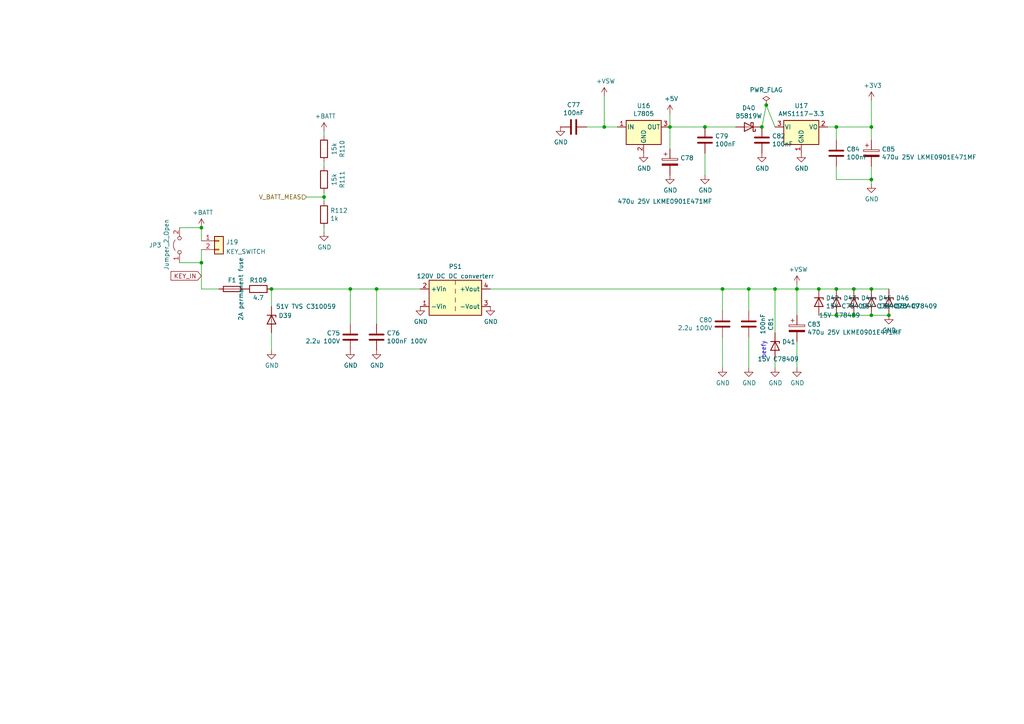
<source format=kicad_sch>
(kicad_sch (version 20211123) (generator eeschema)
  (paper "A4")
  (lib_symbols
    (symbol "Connector_Generic:Conn_01x02" (pin_names (offset 1.016) hide)
      (property "Reference" "J" (at 0 2.54 0))
      (property "Value" "Conn_01x02" (at 0 -5.08 0))
      (symbol "Conn_01x02_1_1"
        (rectangle (start -1.27 -2.413) (end 0 -2.667) (stroke (width 0.1524)))
        (rectangle (start -1.27 0.127) (end 0 -0.127) (stroke (width 0.1524)))
        (rectangle (start -1.27 1.27) (end 1.27 -3.81) (stroke (width 0.254)) (fill (type background)))
        (pin passive line (at -5.08 0 0) (length 3.81) (name "Pin_1") (number "1"))
        (pin passive line (at -5.08 -2.54 0) (length 3.81) (name "Pin_2") (number "2"))
      )
    )
    (symbol "Converter_DCDC:MEE1S0303SC"
      (property "Reference" "PS" (at -7.62 6.35 0))
      (property "Value" "MEE1S0303SC" (at 1.27 6.35 0))
      (symbol "MEE1S0303SC_0_0"
        (pin power_in line (at -10.16 -2.54 0) (length 2.54) (name "-Vin") (number "1"))
        (pin power_in line (at -10.16 2.54 0) (length 2.54) (name "+Vin") (number "2"))
        (pin power_out line (at 10.16 -2.54 180) (length 2.54) (name "-Vout") (number "3"))
        (pin power_out line (at 10.16 2.54 180) (length 2.54) (name "+Vout") (number "4"))
      )
      (symbol "MEE1S0303SC_0_1"
        (rectangle (start -7.62 5.08) (end 7.62 -5.08) (stroke (width 0.254)) (fill (type background)))
        (polyline (pts (xy 0 -2.54) (xy 0 -3.81)))
        (polyline (pts (xy 0 0) (xy 0 -1.27)))
        (polyline (pts (xy 0 2.54) (xy 0 1.27)))
        (polyline (pts (xy 0 5.08) (xy 0 3.81)))
      )
    )
    (symbol "Device:C" (pin_numbers hide) (pin_names (offset 0.254))
      (property "Reference" "C" (at 0.635 2.54 0))
      (property "Value" "C" (at 0.635 -2.54 0))
      (symbol "C_0_1"
        (polyline (pts (xy -2.032 -0.762) (xy 2.032 -0.762)) (stroke (width 0.508)))
        (polyline (pts (xy -2.032 0.762) (xy 2.032 0.762)) (stroke (width 0.508)))
      )
      (symbol "C_1_1"
        (pin passive line (at 0 3.81 270) (length 2.794) (name "~") (number "1"))
        (pin passive line (at 0 -3.81 90) (length 2.794) (name "~") (number "2"))
      )
    )
    (symbol "Device:C_Polarized" (pin_numbers hide) (pin_names (offset 0.254))
      (property "Reference" "C" (at 0.635 2.54 0))
      (property "Value" "C_Polarized" (at 0.635 -2.54 0))
      (symbol "C_Polarized_0_1"
        (rectangle (start -2.286 0.508) (end 2.286 1.016))
        (polyline (pts (xy -1.778 2.286) (xy -0.762 2.286)))
        (polyline (pts (xy -1.27 2.794) (xy -1.27 1.778)))
        (rectangle (start 2.286 -0.508) (end -2.286 -1.016) (fill (type outline)))
      )
      (symbol "C_Polarized_1_1"
        (pin passive line (at 0 3.81 270) (length 2.794) (name "~") (number "1"))
        (pin passive line (at 0 -3.81 90) (length 2.794) (name "~") (number "2"))
      )
    )
    (symbol "Device:D_Schottky" (pin_numbers hide) (pin_names (offset 1.016) hide)
      (property "Reference" "D" (at 0 2.54 0))
      (property "Value" "D_Schottky" (at 0 -2.54 0))
      (symbol "D_Schottky_0_1"
        (polyline (pts (xy 1.27 0) (xy -1.27 0)))
        (polyline (pts (xy 1.27 1.27) (xy 1.27 -1.27) (xy -1.27 0) (xy 1.27 1.27)) (stroke (width 0.254)))
        (polyline (pts (xy -1.905 0.635) (xy -1.905 1.27) (xy -1.27 1.27) (xy -1.27 -1.27) (xy -0.635 -1.27) (xy -0.635 -0.635)) (stroke (width 0.254)))
      )
      (symbol "D_Schottky_1_1"
        (pin passive line (at -3.81 0 0) (length 2.54) (name "K") (number "1"))
        (pin passive line (at 3.81 0 180) (length 2.54) (name "A") (number "2"))
      )
    )
    (symbol "Device:D_Zener" (pin_numbers hide) (pin_names (offset 1.016) hide)
      (property "Reference" "D" (at 0 2.54 0))
      (property "Value" "D_Zener" (at 0 -2.54 0))
      (symbol "D_Zener_0_1"
        (polyline (pts (xy 1.27 0) (xy -1.27 0)))
        (polyline (pts (xy -1.27 -1.27) (xy -1.27 1.27) (xy -0.762 1.27)) (stroke (width 0.254)))
        (polyline (pts (xy 1.27 -1.27) (xy 1.27 1.27) (xy -1.27 0) (xy 1.27 -1.27)) (stroke (width 0.254)))
      )
      (symbol "D_Zener_1_1"
        (pin passive line (at -3.81 0 0) (length 2.54) (name "K") (number "1"))
        (pin passive line (at 3.81 0 180) (length 2.54) (name "A") (number "2"))
      )
    )
    (symbol "Device:Fuse" (pin_numbers hide) (pin_names (offset 0))
      (property "Reference" "F" (at 2.032 0 90))
      (property "Value" "Fuse" (at -1.905 0 90))
      (symbol "Fuse_0_1"
        (rectangle (start -0.762 -2.54) (end 0.762 2.54) (stroke (width 0.254)))
        (polyline (pts (xy 0 2.54) (xy 0 -2.54)))
      )
      (symbol "Fuse_1_1"
        (pin passive line (at 0 3.81 270) (length 1.27) (name "~") (number "1"))
        (pin passive line (at 0 -3.81 90) (length 1.27) (name "~") (number "2"))
      )
    )
    (symbol "Device:R" (pin_numbers hide) (pin_names (offset 0))
      (property "Reference" "R" (at 2.032 0 90))
      (property "Value" "R" (at 0 0 90))
      (symbol "R_0_1"
        (rectangle (start -1.016 -2.54) (end 1.016 2.54) (stroke (width 0.254)))
      )
      (symbol "R_1_1"
        (pin passive line (at 0 3.81 270) (length 1.27) (name "~") (number "1"))
        (pin passive line (at 0 -3.81 90) (length 1.27) (name "~") (number "2"))
      )
    )
    (symbol "Jumper:Jumper_2_Open" (pin_names (offset 0) hide)
      (property "Reference" "JP" (at 0 2.794 0))
      (property "Value" "Jumper_2_Open" (at 0 -2.286 0))
      (symbol "Jumper_2_Open_0_0"
        (circle (center -2.032 0) (radius 0.508))
        (circle (center 2.032 0) (radius 0.508))
      )
      (symbol "Jumper_2_Open_0_1"
        (arc (start 1.524 1.27) (mid 0 1.778) (end -1.524 1.27))
      )
      (symbol "Jumper_2_Open_1_1"
        (pin passive line (at -5.08 0 0) (length 2.54) (name "A") (number "1"))
        (pin passive line (at 5.08 0 180) (length 2.54) (name "B") (number "2"))
      )
    )
    (symbol "Regulator_Linear:AMS1117-3.3" (pin_names (offset 0.254))
      (property "Reference" "U" (at -3.81 3.175 0))
      (property "Value" "AMS1117-3.3" (at 0 3.175 0))
      (symbol "AMS1117-3.3_0_1"
        (rectangle (start -5.08 -5.08) (end 5.08 1.905) (stroke (width 0.254)) (fill (type background)))
      )
      (symbol "AMS1117-3.3_1_1"
        (pin power_in line (at 0 -7.62 90) (length 2.54) (name "GND") (number "1"))
        (pin power_out line (at 7.62 0 180) (length 2.54) (name "VO") (number "2"))
        (pin power_in line (at -7.62 0 0) (length 2.54) (name "VI") (number "3"))
      )
    )
    (symbol "Regulator_Linear:L7805" (pin_names (offset 0.254))
      (property "Reference" "U" (at -3.81 3.175 0))
      (property "Value" "L7805" (at 0 3.175 0))
      (symbol "L7805_0_1"
        (rectangle (start -5.08 1.905) (end 5.08 -5.08) (stroke (width 0.254)) (fill (type background)))
      )
      (symbol "L7805_1_1"
        (pin power_in line (at -7.62 0 0) (length 2.54) (name "IN") (number "1"))
        (pin power_in line (at 0 -7.62 90) (length 2.54) (name "GND") (number "2"))
        (pin power_out line (at 7.62 0 180) (length 2.54) (name "OUT") (number "3"))
      )
    )
    (symbol "power:+3.3V" (power) (pin_names (offset 0))
      (property "Value" "+3.3V" (at 0 3.556 0))
      (symbol "+3.3V_0_1"
        (polyline (pts (xy -0.762 1.27) (xy 0 2.54)))
        (polyline (pts (xy 0 0) (xy 0 2.54)))
        (polyline (pts (xy 0 2.54) (xy 0.762 1.27)))
      )
      (symbol "+3.3V_1_1"
        (pin power_in line (at 0 0 90) (length 0) hide (name "+3V3") (number "1"))
      )
    )
    (symbol "power:+5V" (power) (pin_names (offset 0))
      (property "Value" "+5V" (at 0 3.556 0))
      (symbol "+5V_0_1"
        (polyline (pts (xy -0.762 1.27) (xy 0 2.54)))
        (polyline (pts (xy 0 0) (xy 0 2.54)))
        (polyline (pts (xy 0 2.54) (xy 0.762 1.27)))
      )
      (symbol "+5V_1_1"
        (pin power_in line (at 0 0 90) (length 0) hide (name "+5V") (number "1"))
      )
    )
    (symbol "power:+BATT" (power) (pin_names (offset 0))
      (property "Value" "+BATT" (at 0 3.556 0))
      (symbol "+BATT_0_1"
        (polyline (pts (xy -0.762 1.27) (xy 0 2.54)))
        (polyline (pts (xy 0 0) (xy 0 2.54)))
        (polyline (pts (xy 0 2.54) (xy 0.762 1.27)))
      )
      (symbol "+BATT_1_1"
        (pin power_in line (at 0 0 90) (length 0) hide (name "+BATT") (number "1"))
      )
    )
    (symbol "power:+VSW" (power) (pin_names (offset 0))
      (property "Value" "+VSW" (at 0 3.556 0))
      (symbol "+VSW_0_1"
        (polyline (pts (xy -0.762 1.27) (xy 0 2.54)))
        (polyline (pts (xy 0 0) (xy 0 2.54)))
        (polyline (pts (xy 0 2.54) (xy 0.762 1.27)))
      )
      (symbol "+VSW_1_1"
        (pin power_in line (at 0 0 90) (length 0) hide (name "+VSW") (number "1"))
      )
    )
    (symbol "power:GND" (power) (pin_names (offset 0))
      (property "Value" "GND" (at 0 -3.81 0))
      (symbol "GND_0_1"
        (polyline (pts (xy 0 0) (xy 0 -1.27) (xy 1.27 -1.27) (xy 0 -2.54) (xy -1.27 -1.27) (xy 0 -1.27)))
      )
      (symbol "GND_1_1"
        (pin power_in line (at 0 0 270) (length 0) hide (name "GND") (number "1"))
      )
    )
    (symbol "power:PWR_FLAG" (power) (pin_numbers hide) (pin_names (offset 0) hide)
      (property "Value" "PWR_FLAG" (at 0 3.81 0))
      (symbol "PWR_FLAG_0_0"
        (pin power_out line (at 0 0 90) (length 0) (name "pwr") (number "1"))
      )
      (symbol "PWR_FLAG_0_1"
        (polyline (pts (xy 0 0) (xy 0 1.27) (xy -1.016 1.905) (xy 0 2.54) (xy 1.016 1.905) (xy 0 1.27)))
      )
    )
  )
  (junction (at 257.81 91.44))
  (junction (at 58.42 76.2))
  (junction (at 93.98 57.15))
  (junction (at 204.47 36.83))
  (junction (at 222.25 30.48))
  (junction (at 247.65 91.44))
  (junction (at 58.42 66.04))
  (junction (at 242.57 83.82))
  (junction (at 247.65 83.82))
  (junction (at 209.55 83.82))
  (junction (at 237.49 83.82))
  (junction (at 101.6 83.82))
  (junction (at 109.22 83.82))
  (junction (at 252.73 52.07))
  (junction (at 252.73 36.83))
  (junction (at 252.73 83.82))
  (junction (at 194.31 36.83))
  (junction (at 220.98 36.83))
  (junction (at 78.74 83.82))
  (junction (at 242.57 36.83))
  (junction (at 175.26 36.83))
  (junction (at 217.17 83.82))
  (junction (at 224.79 83.82))
  (junction (at 242.57 91.44))
  (junction (at 252.73 91.44))
  (junction (at 231.14 83.82))
  (wire (pts (xy 242.57 36.83) (xy 252.73 36.83)))
  (wire (pts (xy 78.74 96.52) (xy 78.74 101.6)))
  (wire (pts (xy 252.73 91.44) (xy 257.81 91.44)))
  (wire (pts (xy 242.57 91.44) (xy 247.65 91.44)))
  (wire (pts (xy 224.79 83.82) (xy 231.14 83.82)))
  (wire (pts (xy 93.98 58.42) (xy 93.98 57.15)))
  (wire (pts (xy 52.07 66.04) (xy 58.42 66.04)))
  (wire (pts (xy 231.14 99.06) (xy 231.14 106.68)))
  (wire (pts (xy 63.5 83.82) (xy 58.42 83.82)))
  (wire (pts (xy 194.31 36.83) (xy 194.31 43.18)))
  (wire (pts (xy 101.6 83.82) (xy 109.22 83.82)))
  (wire (pts (xy 242.57 83.82) (xy 247.65 83.82)))
  (wire (pts (xy 93.98 39.37) (xy 93.98 38.1)))
  (wire (pts (xy 58.42 66.04) (xy 58.42 69.85)))
  (wire (pts (xy 240.03 36.83) (xy 242.57 36.83)))
  (wire (pts (xy 175.26 36.83) (xy 170.18 36.83)))
  (wire (pts (xy 52.07 76.2) (xy 58.42 76.2)))
  (wire (pts (xy 78.74 83.82) (xy 101.6 83.82)))
  (wire (pts (xy 224.79 96.52) (xy 224.79 83.82)))
  (wire (pts (xy 231.14 83.82) (xy 237.49 83.82)))
  (wire (pts (xy 231.14 82.55) (xy 231.14 83.82)))
  (wire (pts (xy 242.57 36.83) (xy 242.57 40.64)))
  (wire (pts (xy 78.74 83.82) (xy 78.74 88.9)))
  (wire (pts (xy 224.79 106.68) (xy 224.79 104.14)))
  (wire (pts (xy 209.55 97.79) (xy 209.55 106.68)))
  (wire (pts (xy 231.14 91.44) (xy 231.14 83.82)))
  (wire (pts (xy 220.98 36.83) (xy 222.25 30.48)))
  (wire (pts (xy 175.26 36.83) (xy 179.07 36.83)))
  (wire (pts (xy 93.98 46.99) (xy 93.98 48.26)))
  (wire (pts (xy 247.65 91.44) (xy 252.73 91.44)))
  (wire (pts (xy 194.31 33.02) (xy 194.31 36.83)))
  (wire (pts (xy 194.31 36.83) (xy 204.47 36.83)))
  (wire (pts (xy 242.57 52.07) (xy 252.73 52.07)))
  (wire (pts (xy 58.42 72.39) (xy 58.42 76.2)))
  (wire (pts (xy 252.73 52.07) (xy 252.73 53.34)))
  (wire (pts (xy 237.49 83.82) (xy 242.57 83.82)))
  (wire (pts (xy 217.17 97.79) (xy 217.17 106.68)))
  (wire (pts (xy 93.98 57.15) (xy 88.9 57.15)))
  (wire (pts (xy 109.22 83.82) (xy 109.22 93.98)))
  (wire (pts (xy 209.55 83.82) (xy 217.17 83.82)))
  (wire (pts (xy 237.49 91.44) (xy 242.57 91.44)))
  (wire (pts (xy 209.55 90.17) (xy 209.55 83.82)))
  (wire (pts (xy 252.73 36.83) (xy 252.73 40.64)))
  (wire (pts (xy 175.26 27.94) (xy 175.26 36.83)))
  (wire (pts (xy 252.73 83.82) (xy 257.81 83.82)))
  (wire (pts (xy 242.57 48.26) (xy 242.57 52.07)))
  (wire (pts (xy 252.73 52.07) (xy 252.73 48.26)))
  (wire (pts (xy 217.17 90.17) (xy 217.17 83.82)))
  (wire (pts (xy 101.6 93.98) (xy 101.6 83.82)))
  (wire (pts (xy 93.98 55.88) (xy 93.98 57.15)))
  (wire (pts (xy 222.25 30.48) (xy 224.79 36.83)))
  (wire (pts (xy 109.22 83.82) (xy 121.92 83.82)))
  (wire (pts (xy 252.73 29.21) (xy 252.73 36.83)))
  (wire (pts (xy 217.17 83.82) (xy 224.79 83.82)))
  (wire (pts (xy 204.47 50.8) (xy 204.47 44.45)))
  (wire (pts (xy 204.47 36.83) (xy 213.36 36.83)))
  (wire (pts (xy 142.24 83.82) (xy 209.55 83.82)))
  (wire (pts (xy 93.98 66.04) (xy 93.98 67.31)))
  (wire (pts (xy 58.42 76.2) (xy 58.42 83.82)))
  (wire (pts (xy 247.65 83.82) (xy 252.73 83.82)))
  (text "beefy" (at 222.25 104.14 90) (effects (font (size 1.27 1.27)) (justify left bottom)))
  (global_label "KEY_IN" (shape input) (at 58.42 80.01 180) (property "Intersheet References" "${INTERSHEET_REFS}" (effects hide)))
  (hierarchical_label "V_BATT_MEAS" (shape input) (at 88.9 57.15 180))
  (symbol (lib_id "power:+BATT") (at 93.98 38.1 0) (unit 1)
    (property "Reference" "#PWR0146" (effects hide))
    (property "Value" "+BATT" (at 94.361 33.7058 0))
  )
  (symbol (lib_id "power:+VSW") (at 175.26 27.94 0) (unit 1)
    (property "Reference" "#PWR0153" (effects hide))
    (property "Value" "+VSW" (at 175.641 23.5458 0))
  )
  (symbol (lib_id "Device:C") (at 166.37 36.83 270) (unit 1)
    (property "Reference" "C77" (at 166.37 30.4292 90))
    (property "Value" "100nF" (at 166.37 32.7406 90))
    (property "Footprint" "Capacitor_SMD:C_0603_1608Metric" (effects hide))
    (property "LCSC Part #" "C14663" (effects hide))
  )
  (symbol (lib_id "Regulator_Linear:L7805") (at 186.69 36.83 0) (unit 1)
    (property "Reference" "U16" (at 186.69 30.6832 0))
    (property "Value" "L7805" (at 186.69 32.9946 0))
    (property "Footprint" "Package_TO_SOT_SMD:TO-263-2" (effects hide))
    (property "Datasheet" "http://www.st.com/content/ccc/resource/technical/document/datasheet/41/4f/b3/b0/12/d4/47/88/CD00000444.pdf/files/CD00000444.pdf/jcr:content/translations/en.CD00000444.pdf" (effects hide))
    (property "LCSC Part #" "C15077" (effects hide))
  )
  (symbol (lib_id "Regulator_Linear:AMS1117-3.3") (at 232.41 36.83 0) (unit 1)
    (property "Reference" "U17" (at 232.41 30.6832 0))
    (property "Value" "AMS1117-3.3" (at 232.41 32.9946 0))
    (property "Footprint" "Package_TO_SOT_SMD:SOT-223-3_TabPin2" (effects hide))
    (property "Datasheet" "http://www.advanced-monolithic.com/pdf/ds1117.pdf" (effects hide))
    (property "LCSC Part #" "C426566" (effects hide))
  )
  (symbol (lib_id "Device:D_Zener") (at 78.74 92.71 270) (unit 1)
    (property "Reference" "D39" (at 80.772 91.5416 90) (effects (justify left)))
    (property "Value" "51V TVS C310059" (at 80.01 88.9 90) (effects (justify left)))
    (property "Footprint" "Diode_SMD:D_SMC" (effects hide))
    (property "LCSC Part #" "C10374" (effects hide))
  )
  (symbol (lib_id "power:+5V") (at 194.31 33.02 0) (unit 1)
    (property "Reference" "#PWR0155" (effects hide))
    (property "Value" "+5V" (at 194.691 28.6258 0))
  )
  (symbol (lib_id "power:GND") (at 78.74 101.6 0) (unit 1)
    (property "Reference" "#PWR0145" (effects hide))
    (property "Value" "GND" (at 78.867 105.9942 0))
  )
  (symbol (lib_id "Device:C_Polarized") (at 194.31 46.99 0) (unit 1)
    (property "Reference" "C78" (at 197.3072 45.8216 0) (effects (justify left)))
    (property "Value" "470u 25V LKME0901E471MF" (at 179.07 58.42 0) (effects (justify left)))
    (property "Footprint" "Bobbycar-FOC-hardware:CP_Radial_D10.0mm_P5.00mm_mid" (effects hide))
    (property "LCSC Part #" "C105289" (effects hide))
  )
  (symbol (lib_id "Device:C_Polarized") (at 252.73 44.45 0) (unit 1)
    (property "Reference" "C85" (at 255.7272 43.2816 0) (effects (justify left)))
    (property "Value" "470u 25V LKME0901E471MF" (at 255.7272 45.593 0) (effects (justify left)))
    (property "Footprint" "Bobbycar-FOC-hardware:CP_Radial_D10.0mm_P5.00mm_mid" (effects hide))
    (property "LCSC Part #" "C105289" (effects hide))
  )
  (symbol (lib_id "power:GND") (at 252.73 53.34 0) (unit 1)
    (property "Reference" "#PWR0166" (effects hide))
    (property "Value" "GND" (at 252.857 57.7342 0))
  )
  (symbol (lib_id "power:GND") (at 232.41 44.45 0) (unit 1)
    (property "Reference" "#PWR0164" (effects hide))
    (property "Value" "GND" (at 232.537 48.8442 0))
  )
  (symbol (lib_id "Device:Fuse") (at 67.31 83.82 270) (unit 1)
    (property "Reference" "F1" (at 67.31 81.28 90))
    (property "Value" "2A permanent fuse" (at 69.85 83.82 0))
    (property "Footprint" "Fuse:Fuse_1206_3216Metric" (effects hide))
    (property "LCSC Part #" "C182310" (effects hide))
  )
  (symbol (lib_id "power:GND") (at 194.31 50.8 0) (unit 1)
    (property "Reference" "#PWR0156" (effects hide))
    (property "Value" "GND" (at 194.437 55.1942 0))
  )
  (symbol (lib_id "power:GND") (at 186.69 44.45 0) (unit 1)
    (property "Reference" "#PWR0154" (effects hide))
    (property "Value" "GND" (at 186.817 48.8442 0))
  )
  (symbol (lib_id "power:+3.3V") (at 252.73 29.21 0) (unit 1)
    (property "Reference" "#PWR0165" (effects hide))
    (property "Value" "+3.3V" (at 253.111 24.8158 0))
  )
  (symbol (lib_id "Device:R") (at 93.98 43.18 180) (unit 1)
    (property "Reference" "R110" (at 99.2378 43.18 90))
    (property "Value" "15k" (at 96.9264 43.18 90))
    (property "Footprint" "Resistor_SMD:R_0603_1608Metric" (effects hide))
    (property "LCSC Part #" "C22809" (effects hide))
  )
  (symbol (lib_id "Device:R") (at 93.98 52.07 180) (unit 1)
    (property "Reference" "R111" (at 99.2378 52.07 90))
    (property "Value" "15k" (at 96.9264 52.07 90))
    (property "Footprint" "Resistor_SMD:R_0603_1608Metric" (effects hide))
    (property "LCSC Part #" "C22809" (effects hide))
  )
  (symbol (lib_id "Device:R") (at 93.98 62.23 0) (unit 1)
    (property "Reference" "R112" (at 95.758 61.0616 0) (effects (justify left)))
    (property "Value" "1k" (at 95.758 63.373 0) (effects (justify left)))
    (property "Footprint" "Resistor_SMD:R_0603_1608Metric" (effects hide))
    (property "LCSC Part #" "C21190" (effects hide))
  )
  (symbol (lib_id "power:GND") (at 162.56 36.83 0) (unit 1)
    (property "Reference" "#PWR0152" (effects hide))
    (property "Value" "GND" (at 162.687 41.2242 0))
  )
  (symbol (lib_id "Device:C") (at 204.47 40.64 0) (unit 1)
    (property "Reference" "C79" (at 207.391 39.4716 0) (effects (justify left)))
    (property "Value" "100nF" (at 207.391 41.783 0) (effects (justify left)))
    (property "Footprint" "Capacitor_SMD:C_0603_1608Metric" (effects hide))
    (property "LCSC Part #" "C14663" (effects hide))
  )
  (symbol (lib_id "Device:D_Zener") (at 224.79 100.33 270) (unit 1)
    (property "Reference" "D41" (at 226.822 99.1616 90) (effects (justify left)))
    (property "Value" "15V C78409" (at 219.71 104.14 90) (effects (justify left)))
    (property "Footprint" "Diode_SMD:D_SMB" (effects hide))
    (property "LCSC Part #" "C78409" (effects hide))
  )
  (symbol (lib_id "power:GND") (at 204.47 50.8 0) (unit 1)
    (property "Reference" "#PWR0157" (effects hide))
    (property "Value" "GND" (at 204.597 55.1942 0))
  )
  (symbol (lib_id "Device:C") (at 109.22 97.79 0) (unit 1)
    (property "Reference" "C76" (at 112.141 96.6216 0) (effects (justify left)))
    (property "Value" "100nF 100V" (at 112.141 98.933 0) (effects (justify left)))
    (property "Footprint" "Capacitor_SMD:C_0603_1608Metric" (effects hide))
    (property "LCSC Part #" "C113803" (effects hide))
  )
  (symbol (lib_id "power:GND") (at 109.22 101.6 0) (unit 1)
    (property "Reference" "#PWR0149" (effects hide))
    (property "Value" "GND" (at 109.347 105.9942 0))
  )
  (symbol (lib_id "Device:C") (at 217.17 93.98 180) (unit 1)
    (property "Reference" "C81" (at 223.5708 93.98 90))
    (property "Value" "100nF" (at 221.2594 93.98 90))
    (property "Footprint" "Capacitor_SMD:C_0603_1608Metric" (effects hide))
    (property "LCSC Part #" "C14663" (effects hide))
  )
  (symbol (lib_id "power:GND") (at 217.17 106.68 0) (unit 1)
    (property "Reference" "#PWR0159" (effects hide))
    (property "Value" "GND" (at 217.297 111.0742 0))
  )
  (symbol (lib_id "power:GND") (at 224.79 106.68 0) (unit 1)
    (property "Reference" "#PWR0161" (effects hide))
    (property "Value" "GND" (at 224.917 111.0742 0))
  )
  (symbol (lib_id "Device:C") (at 220.98 40.64 0) (unit 1)
    (property "Reference" "C82" (at 223.901 39.4716 0) (effects (justify left)))
    (property "Value" "100nF" (at 223.901 41.783 0) (effects (justify left)))
    (property "Footprint" "Capacitor_SMD:C_0603_1608Metric" (effects hide))
    (property "LCSC Part #" "C14663" (effects hide))
  )
  (symbol (lib_id "power:GND") (at 220.98 44.45 0) (unit 1)
    (property "Reference" "#PWR0160" (effects hide))
    (property "Value" "GND" (at 221.107 48.8442 0))
  )
  (symbol (lib_id "power:+BATT") (at 58.42 66.04 0) (unit 1)
    (property "Reference" "#PWR0144" (effects hide))
    (property "Value" "+BATT" (at 58.801 61.6458 0))
  )
  (symbol (lib_id "power:+VSW") (at 231.14 82.55 0) (unit 1)
    (property "Reference" "#PWR0162" (effects hide))
    (property "Value" "+VSW" (at 231.521 78.1558 0))
  )
  (symbol (lib_id "Device:C_Polarized") (at 231.14 95.25 0) (unit 1)
    (property "Reference" "C83" (at 234.1372 94.0816 0) (effects (justify left)))
    (property "Value" "470u 25V LKME0901E471MF" (at 234.1372 96.393 0) (effects (justify left)))
    (property "Footprint" "Bobbycar-FOC-hardware:CP_Radial_D10.0mm_P5.00mm_mid" (effects hide))
    (property "LCSC Part #" "C105289" (effects hide))
  )
  (symbol (lib_id "power:GND") (at 231.14 106.68 0) (unit 1)
    (property "Reference" "#PWR0163" (effects hide))
    (property "Value" "GND" (at 231.267 111.0742 0))
  )
  (symbol (lib_id "power:GND") (at 93.98 67.31 0) (unit 1)
    (property "Reference" "#PWR0147" (effects hide))
    (property "Value" "GND" (at 94.107 71.7042 0))
  )
  (symbol (lib_id "Device:D_Schottky") (at 217.17 36.83 180) (unit 1)
    (property "Reference" "D40" (at 217.17 31.3182 0))
    (property "Value" "B5819W" (at 217.17 33.6296 0))
    (property "Footprint" "Diode_SMD:D_SOD-123" (effects hide))
    (property "LCSC Part #" "C8598" (effects hide))
  )
  (symbol (lib_id "Device:C") (at 242.57 44.45 0) (unit 1)
    (property "Reference" "C84" (at 245.491 43.2816 0) (effects (justify left)))
    (property "Value" "100nF" (at 245.491 45.593 0) (effects (justify left)))
    (property "Footprint" "Capacitor_SMD:C_0603_1608Metric" (effects hide))
    (property "LCSC Part #" "C14663" (effects hide))
  )
  (symbol (lib_id "Device:D_Zener") (at 237.49 87.63 270) (unit 1)
    (property "Reference" "D42" (at 239.522 86.4616 90) (effects (justify left)))
    (property "Value" "15V C78409" (at 239.522 88.773 90) (effects (justify left)))
    (property "Footprint" "Diode_SMD:D_SMB" (effects hide))
    (property "LCSC Part #" "C78409" (effects hide))
  )
  (symbol (lib_id "Device:D_Zener") (at 242.57 87.63 270) (unit 1)
    (property "Reference" "D43" (at 244.602 86.4616 90) (effects (justify left)))
    (property "Value" "15V C78409" (at 237.49 91.44 90) (effects (justify left)))
    (property "Footprint" "Diode_SMD:D_SMB" (effects hide))
    (property "LCSC Part #" "C78409" (effects hide))
  )
  (symbol (lib_id "Device:D_Zener") (at 247.65 87.63 270) (unit 1)
    (property "Reference" "D44" (at 249.682 86.4616 90) (effects (justify left)))
    (property "Value" "15V C78409" (at 249.682 88.773 90) (effects (justify left)))
    (property "Footprint" "Diode_SMD:D_SMB" (effects hide))
    (property "LCSC Part #" "C78409" (effects hide))
  )
  (symbol (lib_id "Device:D_Zener") (at 252.73 87.63 270) (unit 1)
    (property "Reference" "D45" (at 254.762 86.4616 90) (effects (justify left)))
    (property "Value" "15V C78409" (at 254.762 88.773 90) (effects (justify left)))
    (property "Footprint" "Diode_SMD:D_SMB" (effects hide))
    (property "LCSC Part #" "C78409" (effects hide))
  )
  (symbol (lib_id "Device:D_Zener") (at 257.81 87.63 270) (unit 1)
    (property "Reference" "D46" (at 259.842 86.4616 90) (effects (justify left)))
    (property "Value" "15V C78409" (at 259.842 88.773 90) (effects (justify left)))
    (property "Footprint" "Diode_SMD:D_SMB" (effects hide))
    (property "LCSC Part #" "C78409" (effects hide))
  )
  (symbol (lib_id "power:GND") (at 257.81 91.44 0) (unit 1)
    (property "Reference" "#PWR0167" (effects hide))
    (property "Value" "GND" (at 257.937 95.8342 0))
  )
  (symbol (lib_id "Device:R") (at 74.93 83.82 270) (unit 1)
    (property "Reference" "R109" (at 74.93 81.28 90))
    (property "Value" "4.7" (at 74.93 86.36 90))
    (property "Footprint" "Resistor_SMD:R_1206_3216Metric" (effects hide))
    (property "LCSC Part #" "C17937" (effects hide))
  )
  (symbol (lib_id "power:PWR_FLAG") (at 222.25 30.48 0) (unit 1)
    (property "Reference" "#FLG05" (effects hide))
    (property "Value" "PWR_FLAG" (at 222.25 26.0858 0))
  )
  (symbol (lib_id "Device:C") (at 101.6 97.79 0) (unit 1)
    (property "Reference" "C75" (at 98.679 96.6216 0) (effects (justify right)))
    (property "Value" "2.2u 100V" (at 98.679 98.933 0) (effects (justify right)))
    (property "Footprint" "Capacitor_SMD:C_1210_3225Metric" (effects hide))
    (property "place" "hand" (effects hide))
    (property "LCSC Part #" "C76685" (effects hide))
  )
  (symbol (lib_id "Device:C") (at 209.55 93.98 0) (unit 1)
    (property "Reference" "C80" (at 206.629 92.8116 0) (effects (justify right)))
    (property "Value" "2.2u 100V" (at 206.629 95.123 0) (effects (justify right)))
    (property "Footprint" "Capacitor_SMD:C_1210_3225Metric" (effects hide))
    (property "place" "hand" (effects hide))
    (property "LCSC Part #" "C76685" (effects hide))
  )
  (symbol (lib_id "power:GND") (at 209.55 106.68 0) (unit 1)
    (property "Reference" "#PWR0158" (effects hide))
    (property "Value" "GND" (at 209.677 111.0742 0))
  )
  (symbol (lib_id "power:GND") (at 101.6 101.6 0) (unit 1)
    (property "Reference" "#PWR0148" (effects hide))
    (property "Value" "GND" (at 101.727 105.9942 0))
  )
  (symbol (lib_id "Converter_DCDC:MEE1S0303SC") (at 132.08 86.36 0) (unit 1)
    (property "Reference" "PS1" (at 132.08 77.3135 0))
    (property "Value" "120V DC DC converterr" (at 132.08 80.0886 0))
    (property "Footprint" "Converter_DCDC:Converter_DCDC_Murata_MEE1SxxxxSC_THT" (effects hide))
    (property "Datasheet" "https://power.murata.com/pub/data/power/ncl/kdc_mee1.pdf" (effects hide))
  )
  (symbol (lib_id "power:GND") (at 142.24 88.9 0) (unit 1)
    (property "Reference" "#PWR0151" (effects hide))
    (property "Value" "GND" (at 142.367 93.2942 0))
  )
  (symbol (lib_id "Connector_Generic:Conn_01x02") (at 63.5 69.85 0) (unit 1)
    (property "Reference" "J19" (at 65.532 70.2115 0) (effects (justify left)))
    (property "Value" "KEY_SWITCH" (at 65.532 72.9866 0) (effects (justify left)))
    (property "Footprint" "Connector_JST:JST_XH_B2B-XH-A_1x02_P2.50mm_Vertical" (effects hide))
  )
  (symbol (lib_id "power:GND") (at 121.92 88.9 0) (unit 1)
    (property "Reference" "#PWR0150" (effects hide))
    (property "Value" "GND" (at 122.047 93.2942 0))
  )
  (symbol (lib_id "Jumper:Jumper_2_Open") (at 52.07 71.12 90) (unit 1)
    (property "Reference" "JP3" (at 43.18 71.12 90) (effects (justify right)))
    (property "Value" "Jumper_2_Open" (at 48.26 63.5 0) (effects (justify right)))
    (property "Footprint" "Jumper:SolderJumper-2_P1.3mm_Open_RoundedPad1.0x1.5mm" (effects hide))
  )
)
</source>
